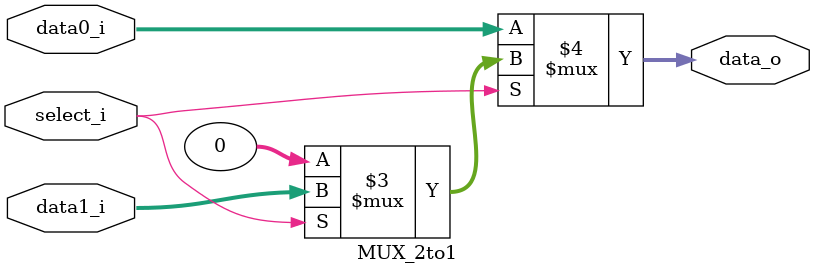
<source format=v>
/***************************************************
Student Name: 
Student ID: 
***************************************************/

`timescale 1ns/1ps

module MUX_2to1(
	input   	[32-1:0] data0_i,       
	input   	[32-1:0] data1_i,
	input       	     select_i,
	output wire [32-1:0] data_o
               );			   

assign data_o = (select_i==0)?data0_i:
				(select_i==1)?data1_i:
				0;

endmodule      
          
</source>
